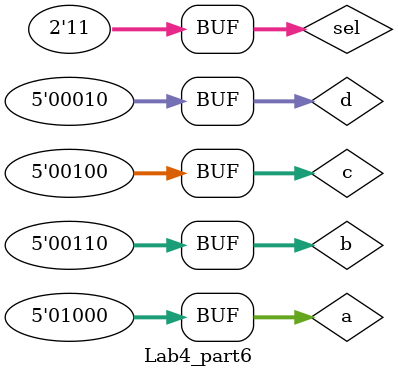
<source format=v>
module multi_5bits(input [4:0] a, b, input sel, output [4:0] c);

multi_gates m1(.a(a[0]), .b(b[0]), .c(c[0]), .select(sel));
multi_gates m2(.a(a[1]), .b(b[1]), .c(c[1]), .select(sel));
multi_gates m3(.a(a[2]), .b(b[2]), .c(c[2]), .select(sel));
multi_gates m4(.a(a[3]), .b(b[3]), .c(c[3]), .select(sel));
multi_gates m5(.a(a[4]), .b(b[4]), .c(c[4]), .select(sel));

endmodule


module way4_sel(input [4:0] A, B, C, D, input [1:0] sel, output [4:0] out);

//A:00, B:01, C:10, D:11
wire [4:0] w1, w2;

multi_5bits m1(.a(D), .b(B), .sel(sel[1]), .c(w1));
multi_5bits m2(.a(C), .b(A), .sel(sel[1]), .c(w2));
multi_5bits m3(.a(w1), .b(w2), .sel(sel[0]), .c(out));

endmodule

module Lab4_part6;

reg [4:0] a, b, c ,d;
wire [4:0] out;
reg [1:0] sel;

way4_sel w1(.A(a), .B(b), .C(c), .D(d), .sel(sel), .out(out));

initial
	begin
	$monitor("out = %d", out);
	a = 8;
	b = 6;
	c = 4;
	d = 2;
	sel = 3;
	end
endmodule



</source>
